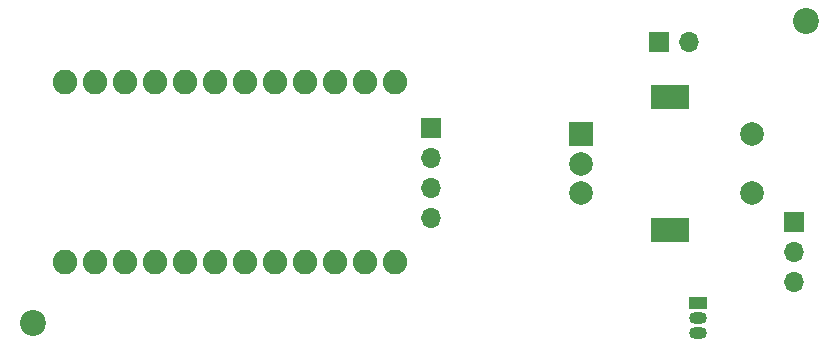
<source format=gbr>
%TF.GenerationSoftware,KiCad,Pcbnew,(6.0.4)*%
%TF.CreationDate,2022-07-20T14:34:23+01:00*%
%TF.ProjectId,_autosave-CameraIntervalometer,5f617574-6f73-4617-9665-2d43616d6572,rev?*%
%TF.SameCoordinates,Original*%
%TF.FileFunction,Soldermask,Bot*%
%TF.FilePolarity,Negative*%
%FSLAX46Y46*%
G04 Gerber Fmt 4.6, Leading zero omitted, Abs format (unit mm)*
G04 Created by KiCad (PCBNEW (6.0.4)) date 2022-07-20 14:34:23*
%MOMM*%
%LPD*%
G01*
G04 APERTURE LIST*
%ADD10R,2.000000X2.000000*%
%ADD11C,2.000000*%
%ADD12R,3.200000X2.000000*%
%ADD13C,2.200000*%
%ADD14R,1.500000X1.050000*%
%ADD15O,1.500000X1.050000*%
%ADD16R,1.700000X1.700000*%
%ADD17O,1.700000X1.700000*%
%ADD18C,2.082800*%
G04 APERTURE END LIST*
D10*
%TO.C,SW1*%
X160500000Y-78950000D03*
D11*
X160500000Y-83950000D03*
X160500000Y-81450000D03*
D12*
X168000000Y-75850000D03*
X168000000Y-87050000D03*
D11*
X175000000Y-83950000D03*
X175000000Y-78950000D03*
%TD*%
D13*
%TO.C,H3*%
X114090000Y-94990000D03*
%TD*%
D14*
%TO.C,Q1*%
X170370000Y-93300000D03*
D15*
X170370000Y-94570000D03*
X170370000Y-95840000D03*
%TD*%
D16*
%TO.C,J1*%
X178505000Y-86375000D03*
D17*
X178505000Y-88915000D03*
X178505000Y-91455000D03*
%TD*%
D16*
%TO.C,BT1*%
X167100000Y-71120000D03*
D17*
X169640000Y-71120000D03*
%TD*%
D16*
%TO.C,U1*%
X147795000Y-78425000D03*
D17*
X147795000Y-80965000D03*
X147795000Y-83505000D03*
X147795000Y-86045000D03*
%TD*%
D13*
%TO.C,H2*%
X179560000Y-69370000D03*
%TD*%
D18*
%TO.C,B1*%
X116835000Y-74580000D03*
X119375000Y-74580000D03*
X121915000Y-74580000D03*
X124455000Y-74580000D03*
X126995000Y-74580000D03*
X129535000Y-74580000D03*
X132075000Y-74580000D03*
X134615000Y-74580000D03*
X137155000Y-74580000D03*
X139695000Y-74580000D03*
X142235000Y-74580000D03*
X144775000Y-74580000D03*
X144775000Y-89820000D03*
X142235000Y-89820000D03*
X139695000Y-89820000D03*
X137155000Y-89820000D03*
X134615000Y-89820000D03*
X132075000Y-89820000D03*
X129535000Y-89820000D03*
X126995000Y-89820000D03*
X124455000Y-89820000D03*
X121915000Y-89820000D03*
X119375000Y-89820000D03*
X116835000Y-89820000D03*
%TD*%
M02*

</source>
